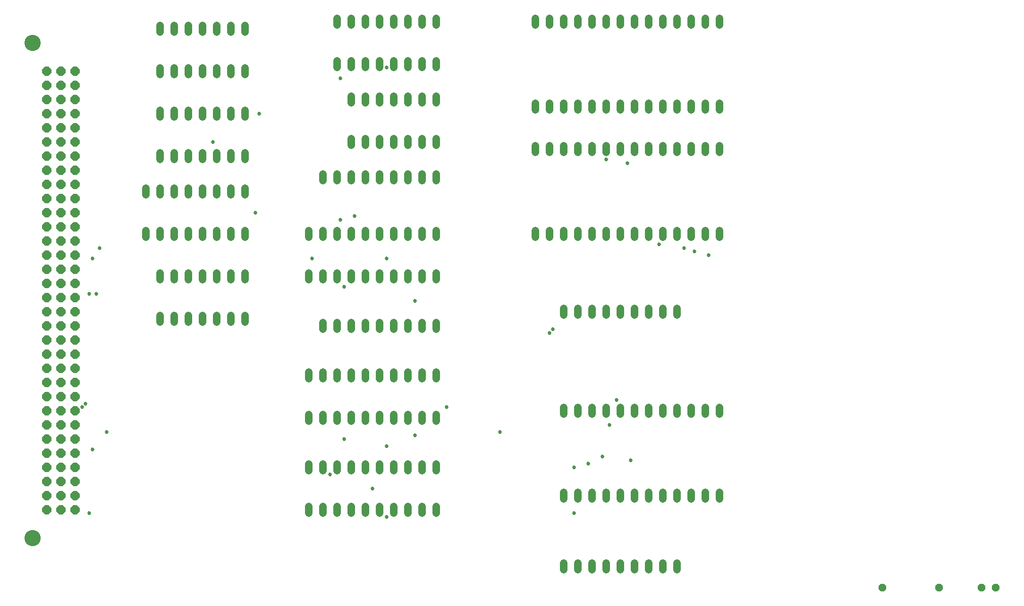
<source format=gbr>
G04 EAGLE Gerber RS-274X export*
G75*
%MOMM*%
%FSLAX34Y34*%
%LPD*%
%INSoldermask Bottom*%
%IPPOS*%
%AMOC8*
5,1,8,0,0,1.08239X$1,22.5*%
G01*
%ADD10P,1.787026X8X202.500000*%
%ADD11C,2.921000*%
%ADD12P,1.457113X8X202.500000*%
%ADD13C,1.346200*%
%ADD14C,0.685800*%


D10*
X50800Y177800D03*
X50800Y203200D03*
X50800Y228600D03*
X50800Y254000D03*
X50800Y279400D03*
X50800Y304800D03*
X50800Y330200D03*
X50800Y355600D03*
X50800Y381000D03*
X50800Y406400D03*
X50800Y431800D03*
X50800Y457200D03*
X50800Y482600D03*
X50800Y508000D03*
X50800Y533400D03*
X50800Y558800D03*
X76200Y177800D03*
X76200Y203200D03*
X76200Y228600D03*
X76200Y254000D03*
X76200Y279400D03*
X76200Y304800D03*
X76200Y330200D03*
X76200Y355600D03*
X76200Y381000D03*
X76200Y406400D03*
X76200Y431800D03*
X76200Y457200D03*
X76200Y482600D03*
X76200Y508000D03*
X76200Y533400D03*
X76200Y558800D03*
X101600Y177800D03*
X101600Y203200D03*
X101600Y228600D03*
X101600Y254000D03*
X101600Y279400D03*
X101600Y304800D03*
X101600Y330200D03*
X101600Y355600D03*
X101600Y381000D03*
X101600Y406400D03*
X101600Y431800D03*
X101600Y457200D03*
X101600Y482600D03*
X101600Y508000D03*
X101600Y533400D03*
X101600Y558800D03*
X50800Y584200D03*
X50800Y609600D03*
X50800Y635000D03*
X50800Y660400D03*
X50800Y685800D03*
X50800Y711200D03*
X50800Y736600D03*
X50800Y762000D03*
X50800Y787400D03*
X50800Y812800D03*
X50800Y838200D03*
X50800Y863600D03*
X50800Y889000D03*
X50800Y914400D03*
X50800Y939800D03*
X50800Y965200D03*
X76200Y584200D03*
X76200Y609600D03*
X76200Y635000D03*
X76200Y660400D03*
X76200Y685800D03*
X76200Y711200D03*
X76200Y736600D03*
X76200Y762000D03*
X76200Y787400D03*
X76200Y812800D03*
X76200Y838200D03*
X76200Y863600D03*
X76200Y889000D03*
X76200Y914400D03*
X76200Y939800D03*
X76200Y965200D03*
X101600Y584200D03*
X101600Y609600D03*
X101600Y635000D03*
X101600Y660400D03*
X101600Y685800D03*
X101600Y711200D03*
X101600Y736600D03*
X101600Y762000D03*
X101600Y787400D03*
X101600Y812800D03*
X101600Y838200D03*
X101600Y863600D03*
X101600Y889000D03*
X101600Y914400D03*
X101600Y939800D03*
X101600Y965200D03*
D11*
X25400Y1016064D03*
X25400Y126936D03*
D12*
X1752600Y38100D03*
X1727200Y38100D03*
X1651000Y38100D03*
X1549400Y38100D03*
D13*
X927100Y895604D02*
X927100Y907796D01*
X952500Y907796D02*
X952500Y895604D01*
X977900Y895604D02*
X977900Y907796D01*
X1003300Y907796D02*
X1003300Y895604D01*
X1028700Y895604D02*
X1028700Y907796D01*
X1054100Y907796D02*
X1054100Y895604D01*
X1079500Y895604D02*
X1079500Y907796D01*
X1104900Y907796D02*
X1104900Y895604D01*
X1130300Y895604D02*
X1130300Y907796D01*
X1155700Y907796D02*
X1155700Y895604D01*
X1181100Y895604D02*
X1181100Y907796D01*
X1206500Y907796D02*
X1206500Y895604D01*
X1231900Y895604D02*
X1231900Y907796D01*
X1257300Y907796D02*
X1257300Y895604D01*
X1257300Y1048004D02*
X1257300Y1060196D01*
X1231900Y1060196D02*
X1231900Y1048004D01*
X1206500Y1048004D02*
X1206500Y1060196D01*
X1181100Y1060196D02*
X1181100Y1048004D01*
X1155700Y1048004D02*
X1155700Y1060196D01*
X1130300Y1060196D02*
X1130300Y1048004D01*
X1104900Y1048004D02*
X1104900Y1060196D01*
X1079500Y1060196D02*
X1079500Y1048004D01*
X1054100Y1048004D02*
X1054100Y1060196D01*
X1028700Y1060196D02*
X1028700Y1048004D01*
X1003300Y1048004D02*
X1003300Y1060196D01*
X977900Y1060196D02*
X977900Y1048004D01*
X952500Y1048004D02*
X952500Y1060196D01*
X927100Y1060196D02*
X927100Y1048004D01*
X927100Y679196D02*
X927100Y667004D01*
X952500Y667004D02*
X952500Y679196D01*
X977900Y679196D02*
X977900Y667004D01*
X1003300Y667004D02*
X1003300Y679196D01*
X1028700Y679196D02*
X1028700Y667004D01*
X1054100Y667004D02*
X1054100Y679196D01*
X1079500Y679196D02*
X1079500Y667004D01*
X1104900Y667004D02*
X1104900Y679196D01*
X1130300Y679196D02*
X1130300Y667004D01*
X1155700Y667004D02*
X1155700Y679196D01*
X1181100Y679196D02*
X1181100Y667004D01*
X1206500Y667004D02*
X1206500Y679196D01*
X1231900Y679196D02*
X1231900Y667004D01*
X1257300Y667004D02*
X1257300Y679196D01*
X1257300Y819404D02*
X1257300Y831596D01*
X1231900Y831596D02*
X1231900Y819404D01*
X1206500Y819404D02*
X1206500Y831596D01*
X1181100Y831596D02*
X1181100Y819404D01*
X1155700Y819404D02*
X1155700Y831596D01*
X1130300Y831596D02*
X1130300Y819404D01*
X1104900Y819404D02*
X1104900Y831596D01*
X1079500Y831596D02*
X1079500Y819404D01*
X1054100Y819404D02*
X1054100Y831596D01*
X1028700Y831596D02*
X1028700Y819404D01*
X1003300Y819404D02*
X1003300Y831596D01*
X977900Y831596D02*
X977900Y819404D01*
X952500Y819404D02*
X952500Y831596D01*
X927100Y831596D02*
X927100Y819404D01*
X977900Y209296D02*
X977900Y197104D01*
X1003300Y197104D02*
X1003300Y209296D01*
X1130300Y209296D02*
X1130300Y197104D01*
X1155700Y197104D02*
X1155700Y209296D01*
X1028700Y209296D02*
X1028700Y197104D01*
X1054100Y197104D02*
X1054100Y209296D01*
X1104900Y209296D02*
X1104900Y197104D01*
X1079500Y197104D02*
X1079500Y209296D01*
X1181100Y209296D02*
X1181100Y197104D01*
X1206500Y197104D02*
X1206500Y209296D01*
X1231900Y209296D02*
X1231900Y197104D01*
X1257300Y197104D02*
X1257300Y209296D01*
X1257300Y349504D02*
X1257300Y361696D01*
X1231900Y361696D02*
X1231900Y349504D01*
X1206500Y349504D02*
X1206500Y361696D01*
X1181100Y361696D02*
X1181100Y349504D01*
X1155700Y349504D02*
X1155700Y361696D01*
X1130300Y361696D02*
X1130300Y349504D01*
X1104900Y349504D02*
X1104900Y361696D01*
X1079500Y361696D02*
X1079500Y349504D01*
X1054100Y349504D02*
X1054100Y361696D01*
X1028700Y361696D02*
X1028700Y349504D01*
X1003300Y349504D02*
X1003300Y361696D01*
X977900Y361696D02*
X977900Y349504D01*
X1181100Y82296D02*
X1181100Y70104D01*
X1155700Y70104D02*
X1155700Y82296D01*
X1130300Y82296D02*
X1130300Y70104D01*
X1104900Y70104D02*
X1104900Y82296D01*
X1079500Y82296D02*
X1079500Y70104D01*
X1054100Y70104D02*
X1054100Y82296D01*
X1028700Y82296D02*
X1028700Y70104D01*
X1003300Y70104D02*
X1003300Y82296D01*
X977900Y82296D02*
X977900Y70104D01*
X977900Y527304D02*
X977900Y539496D01*
X1003300Y539496D02*
X1003300Y527304D01*
X1028700Y527304D02*
X1028700Y539496D01*
X1054100Y539496D02*
X1054100Y527304D01*
X1079500Y527304D02*
X1079500Y539496D01*
X1104900Y539496D02*
X1104900Y527304D01*
X1130300Y527304D02*
X1130300Y539496D01*
X1155700Y539496D02*
X1155700Y527304D01*
X1181100Y527304D02*
X1181100Y539496D01*
X254000Y806704D02*
X254000Y818896D01*
X279400Y818896D02*
X279400Y806704D01*
X406400Y806704D02*
X406400Y818896D01*
X406400Y882904D02*
X406400Y895096D01*
X304800Y818896D02*
X304800Y806704D01*
X330200Y806704D02*
X330200Y818896D01*
X381000Y818896D02*
X381000Y806704D01*
X355600Y806704D02*
X355600Y818896D01*
X381000Y882904D02*
X381000Y895096D01*
X355600Y895096D02*
X355600Y882904D01*
X330200Y882904D02*
X330200Y895096D01*
X304800Y895096D02*
X304800Y882904D01*
X279400Y882904D02*
X279400Y895096D01*
X254000Y895096D02*
X254000Y882904D01*
X571500Y971804D02*
X571500Y983996D01*
X596900Y983996D02*
X596900Y971804D01*
X723900Y971804D02*
X723900Y983996D01*
X749300Y983996D02*
X749300Y971804D01*
X622300Y971804D02*
X622300Y983996D01*
X647700Y983996D02*
X647700Y971804D01*
X698500Y971804D02*
X698500Y983996D01*
X673100Y983996D02*
X673100Y971804D01*
X749300Y1048004D02*
X749300Y1060196D01*
X723900Y1060196D02*
X723900Y1048004D01*
X698500Y1048004D02*
X698500Y1060196D01*
X673100Y1060196D02*
X673100Y1048004D01*
X647700Y1048004D02*
X647700Y1060196D01*
X622300Y1060196D02*
X622300Y1048004D01*
X596900Y1048004D02*
X596900Y1060196D01*
X571500Y1060196D02*
X571500Y1048004D01*
X520700Y348996D02*
X520700Y336804D01*
X546100Y336804D02*
X546100Y348996D01*
X673100Y348996D02*
X673100Y336804D01*
X698500Y336804D02*
X698500Y348996D01*
X571500Y348996D02*
X571500Y336804D01*
X596900Y336804D02*
X596900Y348996D01*
X647700Y348996D02*
X647700Y336804D01*
X622300Y336804D02*
X622300Y348996D01*
X723900Y348996D02*
X723900Y336804D01*
X749300Y336804D02*
X749300Y348996D01*
X749300Y413004D02*
X749300Y425196D01*
X723900Y425196D02*
X723900Y413004D01*
X698500Y413004D02*
X698500Y425196D01*
X673100Y425196D02*
X673100Y413004D01*
X647700Y413004D02*
X647700Y425196D01*
X622300Y425196D02*
X622300Y413004D01*
X596900Y413004D02*
X596900Y425196D01*
X571500Y425196D02*
X571500Y413004D01*
X546100Y413004D02*
X546100Y425196D01*
X520700Y425196D02*
X520700Y413004D01*
X520700Y183896D02*
X520700Y171704D01*
X546100Y171704D02*
X546100Y183896D01*
X673100Y183896D02*
X673100Y171704D01*
X698500Y171704D02*
X698500Y183896D01*
X571500Y183896D02*
X571500Y171704D01*
X596900Y171704D02*
X596900Y183896D01*
X647700Y183896D02*
X647700Y171704D01*
X622300Y171704D02*
X622300Y183896D01*
X723900Y183896D02*
X723900Y171704D01*
X749300Y171704D02*
X749300Y183896D01*
X749300Y247904D02*
X749300Y260096D01*
X723900Y260096D02*
X723900Y247904D01*
X698500Y247904D02*
X698500Y260096D01*
X673100Y260096D02*
X673100Y247904D01*
X647700Y247904D02*
X647700Y260096D01*
X622300Y260096D02*
X622300Y247904D01*
X596900Y247904D02*
X596900Y260096D01*
X571500Y260096D02*
X571500Y247904D01*
X546100Y247904D02*
X546100Y260096D01*
X520700Y260096D02*
X520700Y247904D01*
X596900Y832104D02*
X596900Y844296D01*
X622300Y844296D02*
X622300Y832104D01*
X749300Y832104D02*
X749300Y844296D01*
X749300Y908304D02*
X749300Y920496D01*
X647700Y844296D02*
X647700Y832104D01*
X673100Y832104D02*
X673100Y844296D01*
X723900Y844296D02*
X723900Y832104D01*
X698500Y832104D02*
X698500Y844296D01*
X723900Y908304D02*
X723900Y920496D01*
X698500Y920496D02*
X698500Y908304D01*
X673100Y908304D02*
X673100Y920496D01*
X647700Y920496D02*
X647700Y908304D01*
X622300Y908304D02*
X622300Y920496D01*
X596900Y920496D02*
X596900Y908304D01*
X520700Y602996D02*
X520700Y590804D01*
X546100Y590804D02*
X546100Y602996D01*
X673100Y602996D02*
X673100Y590804D01*
X698500Y590804D02*
X698500Y602996D01*
X571500Y602996D02*
X571500Y590804D01*
X596900Y590804D02*
X596900Y602996D01*
X647700Y602996D02*
X647700Y590804D01*
X622300Y590804D02*
X622300Y602996D01*
X723900Y602996D02*
X723900Y590804D01*
X749300Y590804D02*
X749300Y602996D01*
X749300Y667004D02*
X749300Y679196D01*
X723900Y679196D02*
X723900Y667004D01*
X698500Y667004D02*
X698500Y679196D01*
X673100Y679196D02*
X673100Y667004D01*
X647700Y667004D02*
X647700Y679196D01*
X622300Y679196D02*
X622300Y667004D01*
X596900Y667004D02*
X596900Y679196D01*
X571500Y679196D02*
X571500Y667004D01*
X546100Y667004D02*
X546100Y679196D01*
X520700Y679196D02*
X520700Y667004D01*
X546100Y514096D02*
X546100Y501904D01*
X571500Y501904D02*
X571500Y514096D01*
X596900Y514096D02*
X596900Y501904D01*
X622300Y501904D02*
X622300Y514096D01*
X647700Y514096D02*
X647700Y501904D01*
X673100Y501904D02*
X673100Y514096D01*
X698500Y514096D02*
X698500Y501904D01*
X723900Y501904D02*
X723900Y514096D01*
X749300Y514096D02*
X749300Y501904D01*
X546100Y768604D02*
X546100Y780796D01*
X571500Y780796D02*
X571500Y768604D01*
X596900Y768604D02*
X596900Y780796D01*
X622300Y780796D02*
X622300Y768604D01*
X647700Y768604D02*
X647700Y780796D01*
X673100Y780796D02*
X673100Y768604D01*
X698500Y768604D02*
X698500Y780796D01*
X723900Y780796D02*
X723900Y768604D01*
X749300Y768604D02*
X749300Y780796D01*
X254000Y959104D02*
X254000Y971296D01*
X279400Y971296D02*
X279400Y959104D01*
X406400Y959104D02*
X406400Y971296D01*
X406400Y1035304D02*
X406400Y1047496D01*
X304800Y971296D02*
X304800Y959104D01*
X330200Y959104D02*
X330200Y971296D01*
X381000Y971296D02*
X381000Y959104D01*
X355600Y959104D02*
X355600Y971296D01*
X381000Y1035304D02*
X381000Y1047496D01*
X355600Y1047496D02*
X355600Y1035304D01*
X330200Y1035304D02*
X330200Y1047496D01*
X304800Y1047496D02*
X304800Y1035304D01*
X279400Y1035304D02*
X279400Y1047496D01*
X254000Y1047496D02*
X254000Y1035304D01*
X228600Y679196D02*
X228600Y667004D01*
X254000Y667004D02*
X254000Y679196D01*
X381000Y679196D02*
X381000Y667004D01*
X406400Y667004D02*
X406400Y679196D01*
X279400Y679196D02*
X279400Y667004D01*
X304800Y667004D02*
X304800Y679196D01*
X355600Y679196D02*
X355600Y667004D01*
X330200Y667004D02*
X330200Y679196D01*
X406400Y743204D02*
X406400Y755396D01*
X381000Y755396D02*
X381000Y743204D01*
X355600Y743204D02*
X355600Y755396D01*
X330200Y755396D02*
X330200Y743204D01*
X304800Y743204D02*
X304800Y755396D01*
X279400Y755396D02*
X279400Y743204D01*
X254000Y743204D02*
X254000Y755396D01*
X228600Y755396D02*
X228600Y743204D01*
X254000Y526796D02*
X254000Y514604D01*
X279400Y514604D02*
X279400Y526796D01*
X406400Y526796D02*
X406400Y514604D01*
X406400Y590804D02*
X406400Y602996D01*
X304800Y526796D02*
X304800Y514604D01*
X330200Y514604D02*
X330200Y526796D01*
X381000Y526796D02*
X381000Y514604D01*
X355600Y514604D02*
X355600Y526796D01*
X381000Y590804D02*
X381000Y602996D01*
X355600Y602996D02*
X355600Y590804D01*
X330200Y590804D02*
X330200Y602996D01*
X304800Y602996D02*
X304800Y590804D01*
X279400Y590804D02*
X279400Y602996D01*
X254000Y602996D02*
X254000Y590804D01*
D14*
X996950Y171450D03*
X527050Y628650D03*
X127000Y565150D03*
X603250Y704850D03*
X133350Y628650D03*
X577850Y698500D03*
X139700Y565150D03*
X158750Y317500D03*
X558800Y241300D03*
X120650Y368300D03*
X114300Y361950D03*
X711200Y311150D03*
X127000Y171450D03*
X133350Y285750D03*
X584200Y577850D03*
X431800Y889000D03*
X584200Y304800D03*
X660400Y292100D03*
X768350Y361950D03*
X1060450Y330200D03*
X660400Y165100D03*
X635000Y215900D03*
X863600Y317500D03*
X996950Y254000D03*
X1022350Y260350D03*
X1098550Y266700D03*
X1054100Y806450D03*
X1047750Y273050D03*
X1073150Y374650D03*
X1092200Y800100D03*
X958850Y501650D03*
X577850Y952500D03*
X1149350Y654050D03*
X711200Y552450D03*
X1238250Y635000D03*
X1212850Y641350D03*
X1193800Y647700D03*
X349250Y838200D03*
X952500Y495300D03*
X660400Y971550D03*
X146050Y647700D03*
X660400Y628650D03*
X425450Y711200D03*
M02*

</source>
